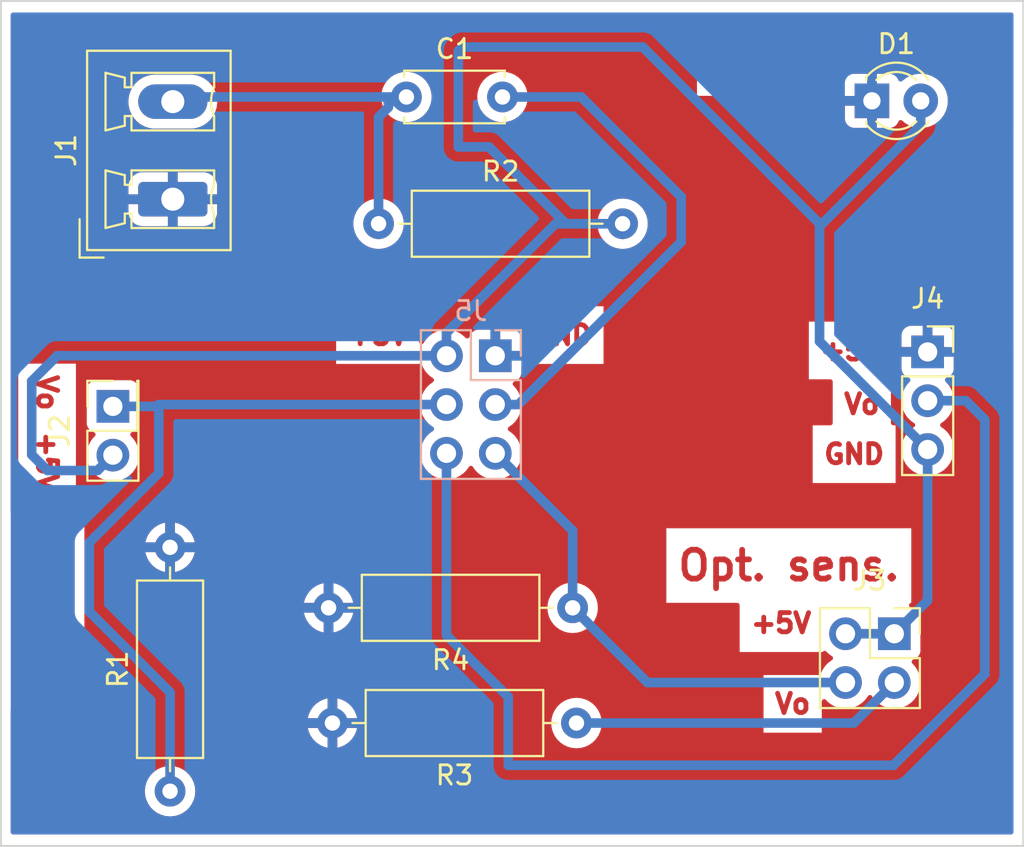
<source format=kicad_pcb>
(kicad_pcb (version 20211014) (generator pcbnew)
  (layers (0 "F.Cu" signal) (31 "B.Cu" signal) (34 "B.Paste" user) (35 "F.Paste" user) (36 "B.SilkS" user "B.Silkscreen") (37 "F.SilkS" user "F.Silkscreen") (38 "B.Mask" user) (39 "F.Mask" user) (44 "Edge.Cuts" user))
  (net 0 "")
  (net 1 "Net-(J1-Pad2)")
  (net 2 "Mic_out")
  (net 3 "GND")
  (net 4 "+5V")
  (net 5 "Photo_out")
  (net 6 "Net-(J3-Pad3)")
  (net 7 "Op.Sensor_out")
  (net 8 "Fugt_out")
  (footprint "Capacitor_THT:C_Disc_D5.0mm_W2.5mm_P5.00mm" (layer "F.Cu") (at 134.3 74.8)
    (fp_text reference "C1" (at 2.5 -2.5) (layer "F.SilkS"))
    (fp_text value "1uF")
    (fp_line (start -0.12 1.37) (end 5.12 1.37) (layer "F.SilkS") (width 0.12))
    (fp_line (start 5.12 -1.37) (end 5.12 -1.055) (layer "F.SilkS") (width 0.12))
    (fp_line (start -0.12 -1.37) (end -0.12 -1.055) (layer "F.SilkS") (width 0.12))
    (fp_line (start -0.12 -1.37) (end 5.12 -1.37) (layer "F.SilkS") (width 0.12))
    (fp_line (start -0.12 1.055) (end -0.12 1.37) (layer "F.SilkS") (width 0.12))
    (fp_line (start 5.12 1.055) (end 5.12 1.37) (layer "F.SilkS") (width 0.12))
    (pad "1" thru_hole circle (at 0 0) (size 1.6 1.6) (drill 0.8) (layers *.Cu *.Mask) (net 1 "Net-(J1-Pad2)"))
    (pad "2" thru_hole circle (at 5 0) (size 1.6 1.6) (drill 0.8) (layers *.Cu *.Mask) (net 2 "Mic_out"))
  )
  (footprint "Resistor_THT:R_Axial_DIN0309_L9.0mm_D3.2mm_P12.70mm_Horizontal" (layer "F.Cu") (at 143.15 107.4 180)
    (fp_text reference "R3" (at 6.35 -2.72) (layer "F.SilkS"))
    (fp_text value "10k")
    (fp_line (start 1.73 1.72) (end 10.97 1.72) (layer "F.SilkS") (width 0.12))
    (fp_line (start 1.73 -1.72) (end 1.73 1.72) (layer "F.SilkS") (width 0.12))
    (fp_line (start 10.97 -1.72) (end 1.73 -1.72) (layer "F.SilkS") (width 0.12))
    (fp_line (start 11.66 0) (end 10.97 0) (layer "F.SilkS") (width 0.12))
    (fp_line (start 1.04 0) (end 1.73 0) (layer "F.SilkS") (width 0.12))
    (fp_line (start 10.97 1.72) (end 10.97 -1.72) (layer "F.SilkS") (width 0.12))
    (pad "1" thru_hole circle (at 0 0 180) (size 1.6 1.6) (drill 0.8) (layers *.Cu *.Mask) (net 6 "Net-(J3-Pad3)"))
    (pad "2" thru_hole oval (at 12.7 0 180) (size 1.6 1.6) (drill 0.8) (layers *.Cu *.Mask) (net 3 "GND"))
  )
  (footprint "Connector_PinSocket_2.54mm:PinSocket_2x02_P2.54mm_Vertical" (layer "F.Cu") (at 159.69 102.75)
    (fp_text reference "J3" (at -1.27 -2.77) (layer "F.SilkS"))
    (fp_text value "Optisk sensor")
    (fp_line (start 0 -1.33) (end 1.33 -1.33) (layer "F.SilkS") (width 0.12))
    (fp_line (start -1.27 1.27) (end 1.33 1.27) (layer "F.SilkS") (width 0.12))
    (fp_line (start -3.87 3.87) (end 1.33 3.87) (layer "F.SilkS") (width 0.12))
    (fp_line (start 1.33 -1.33) (end 1.33 0) (layer "F.SilkS") (width 0.12))
    (fp_line (start -3.87 -1.33) (end -3.87 3.87) (layer "F.SilkS") (width 0.12))
    (fp_line (start -1.27 -1.33) (end -1.27 1.27) (layer "F.SilkS") (width 0.12))
    (fp_line (start 1.33 1.27) (end 1.33 3.87) (layer "F.SilkS") (width 0.12))
    (fp_line (start -3.87 -1.33) (end -1.27 -1.33) (layer "F.SilkS") (width 0.12))
    (pad "1" thru_hole rect (at 0 0) (size 1.7 1.7) (drill 1) (layers *.Cu *.Mask) (net 4 "+5V"))
    (pad "2" thru_hole oval (at -2.54 0) (size 1.7 1.7) (drill 1) (layers *.Cu *.Mask) (net 4 "+5V"))
    (pad "3" thru_hole oval (at 0 2.54) (size 1.7 1.7) (drill 1) (layers *.Cu *.Mask) (net 6 "Net-(J3-Pad3)"))
    (pad "4" thru_hole oval (at -2.54 2.54) (size 1.7 1.7) (drill 1) (layers *.Cu *.Mask) (net 7 "Op.Sensor_out"))
  )
  (footprint "Connector_PinSocket_2.54mm:PinSocket_2x01_P2.54mm_Vertical" (layer "F.Cu") (at 119.025 90.91 90)
    (fp_text reference "J2" (at -1.27 -2.77 90) (layer "F.SilkS"))
    (fp_text value "Lysføler")
    (fp_line (start 1.33 1.27) (end 1.33 1.33) (layer "F.SilkS") (width 0.12))
    (fp_line (start 1.33 -1.33) (end 1.33 0) (layer "F.SilkS") (width 0.12))
    (fp_line (start -3.87 -1.33) (end -3.87 1.33) (layer "F.SilkS") (width 0.12))
    (fp_line (start -1.27 1.27) (end 1.33 1.27) (layer "F.SilkS") (width 0.12))
    (fp_line (start -3.87 -1.33) (end -1.27 -1.33) (layer "F.SilkS") (width 0.12))
    (fp_line (start -1.27 -1.33) (end -1.27 1.27) (layer "F.SilkS") (width 0.12))
    (fp_line (start -3.87 1.33) (end 1.33 1.33) (layer "F.SilkS") (width 0.12))
    (fp_line (start 0 -1.33) (end 1.33 -1.33) (layer "F.SilkS") (width 0.12))
    (pad "1" thru_hole rect (at 0 0 90) (size 1.7 1.7) (drill 1) (layers *.Cu *.Mask) (net 5 "Photo_out"))
    (pad "2" thru_hole oval (at -2.54 0 90) (size 1.7 1.7) (drill 1) (layers *.Cu *.Mask) (net 4 "+5V"))
  )
  (footprint "LED_THT:LED_D3.0mm_FlatTop" (layer "F.Cu") (at 158.525 75)
    (fp_text reference "D1" (at 1.27 -2.96) (layer "F.SilkS"))
    (fp_text value "RødLED")
    (fp_line (start -0.29 -1.236) (end -0.29 -1.08) (layer "F.SilkS") (width 0.12))
    (fp_line (start -0.29 1.08) (end -0.29 1.236) (layer "F.SilkS") (width 0.12))
    (fp_arc (start -0.29 -1.235516) (mid 1.366487 -1.987659) (end 2.942335 -1.078608) (layer "F.SilkS") (width 0.12))
    (fp_arc (start 2.942335 1.078608) (mid 1.366487 1.987659) (end -0.29 1.235516) (layer "F.SilkS") (width 0.12))
    (fp_arc (start 2.31113 1.079837) (mid 1.270117 1.5) (end 0.229039 1.08) (layer "F.SilkS") (width 0.12))
    (fp_arc (start 0.229039 -1.08) (mid 1.270117 -1.5) (end 2.31113 -1.079837) (layer "F.SilkS") (width 0.12))
    (pad "1" thru_hole rect (at 0 0) (size 1.8 1.8) (drill 0.9) (layers *.Cu *.Mask) (net 3 "GND"))
    (pad "2" thru_hole circle (at 2.54 0) (size 1.8 1.8) (drill 0.9) (layers *.Cu *.Mask) (net 4 "+5V"))
  )
  (footprint "Resistor_THT:R_Axial_DIN0309_L9.0mm_D3.2mm_P12.70mm_Horizontal" (layer "F.Cu") (at 122 110.95 90)
    (fp_text reference "R1" (at 6.35 -2.72 90) (layer "F.SilkS"))
    (fp_text value "10k")
    (fp_line (start 1.04 0) (end 1.73 0) (layer "F.SilkS") (width 0.12))
    (fp_line (start 10.97 -1.72) (end 1.73 -1.72) (layer "F.SilkS") (width 0.12))
    (fp_line (start 10.97 1.72) (end 10.97 -1.72) (layer "F.SilkS") (width 0.12))
    (fp_line (start 1.73 -1.72) (end 1.73 1.72) (layer "F.SilkS") (width 0.12))
    (fp_line (start 1.73 1.72) (end 10.97 1.72) (layer "F.SilkS") (width 0.12))
    (fp_line (start 11.66 0) (end 10.97 0) (layer "F.SilkS") (width 0.12))
    (pad "1" thru_hole circle (at 0 0 90) (size 1.6 1.6) (drill 0.8) (layers *.Cu *.Mask) (net 5 "Photo_out"))
    (pad "2" thru_hole oval (at 12.7 0 90) (size 1.6 1.6) (drill 0.8) (layers *.Cu *.Mask) (net 3 "GND"))
  )
  (footprint "Resistor_THT:R_Axial_DIN0309_L9.0mm_D3.2mm_P12.70mm_Horizontal" (layer "F.Cu") (at 142.95 101.4 180)
    (fp_text reference "R4" (at 6.35 -2.72) (layer "F.SilkS"))
    (fp_text value "100k")
    (fp_line (start 10.97 1.72) (end 10.97 -1.72) (layer "F.SilkS") (width 0.12))
    (fp_line (start 10.97 -1.72) (end 1.73 -1.72) (layer "F.SilkS") (width 0.12))
    (fp_line (start 11.66 0) (end 10.97 0) (layer "F.SilkS") (width 0.12))
    (fp_line (start 1.73 -1.72) (end 1.73 1.72) (layer "F.SilkS") (width 0.12))
    (fp_line (start 1.04 0) (end 1.73 0) (layer "F.SilkS") (width 0.12))
    (fp_line (start 1.73 1.72) (end 10.97 1.72) (layer "F.SilkS") (width 0.12))
    (pad "1" thru_hole circle (at 0 0 180) (size 1.6 1.6) (drill 0.8) (layers *.Cu *.Mask) (net 7 "Op.Sensor_out"))
    (pad "2" thru_hole oval (at 12.7 0 180) (size 1.6 1.6) (drill 0.8) (layers *.Cu *.Mask) (net 3 "GND"))
  )
  (footprint "Resistor_THT:R_Axial_DIN0309_L9.0mm_D3.2mm_P12.70mm_Horizontal" (layer "F.Cu") (at 132.85 81.4)
    (fp_text reference "R2" (at 6.35 -2.72) (layer "F.SilkS"))
    (fp_text value "2.2k")
    (fp_line (start 11.66 0) (end 10.97 0) (layer "F.SilkS") (width 0.12))
    (fp_line (start 1.73 -1.72) (end 1.73 1.72) (layer "F.SilkS") (width 0.12))
    (fp_line (start 1.73 1.72) (end 10.97 1.72) (layer "F.SilkS") (width 0.12))
    (fp_line (start 10.97 1.72) (end 10.97 -1.72) (layer "F.SilkS") (width 0.12))
    (fp_line (start 1.04 0) (end 1.73 0) (layer "F.SilkS") (width 0.12))
    (fp_line (start 10.97 -1.72) (end 1.73 -1.72) (layer "F.SilkS") (width 0.12))
    (pad "1" thru_hole circle (at 0 0) (size 1.6 1.6) (drill 0.8) (layers *.Cu *.Mask) (net 1 "Net-(J1-Pad2)"))
    (pad "2" thru_hole oval (at 12.7 0) (size 1.6 1.6) (drill 0.8) (layers *.Cu *.Mask) (net 4 "+5V"))
  )
  (footprint "Connector_Phoenix_MC_HighVoltage:PhoenixContact_MCV_1,5_2-G-5.08_1x02_P5.08mm_Vertical" (layer "F.Cu") (at 122.1425 80.1225 90)
    (fp_text reference "J1" (at 2.54 -5.55 90) (layer "F.SilkS"))
    (fp_text value "Mikrofon")
    (fp_line (start 4.33 -2.15) (end 4.33 -2.5) (layer "F.SilkS") (width 0.12))
    (fp_line (start -2.65 -4.46) (end -2.65 3.01) (layer "F.SilkS") (width 0.12))
    (fp_line (start -0.75 -2.5) (end -1.25 -2.5) (layer "F.SilkS") (width 0.12))
    (fp_line (start 1.5 -2.15) (end 1.5 2.15) (layer "F.SilkS") (width 0.12))
    (fp_line (start -1.25 -2.5) (end -1.5 -3.5) (layer "F.SilkS") (width 0.12))
    (fp_line (start -0.75 2.15) (end -1.5 2.15) (layer "F.SilkS") (width 0.12))
    (fp_line (start 3.83 -2.5) (end 3.58 -3.5) (layer "F.SilkS") (width 0.12))
    (fp_line (start -3.04 -4.85) (end -1.04 -4.85) (layer "F.SilkS") (width 0.12))
    (fp_line (start -0.75 -2.15) (end -0.75 -2.5) (layer "F.SilkS") (width 0.12))
    (fp_line (start 5.83 -2.5) (end 5.83 -2.15) (layer "F.SilkS") (width 0.12))
    (fp_line (start 7.73 3.01) (end 7.73 -4.46) (layer "F.SilkS") (width 0.12))
    (fp_line (start 7.73 -4.46) (end -2.65 -4.46) (layer "F.SilkS") (width 0.12))
    (fp_line (start 6.58 -3.5) (end 6.33 -2.5) (layer "F.SilkS") (width 0.12))
    (fp_line (start 1.5 -3.5) (end 1.25 -2.5) (layer "F.SilkS") (width 0.12))
    (fp_line (start -1.5 -2.15) (end -0.75 -2.15) (layer "F.SilkS") (width 0.12))
    (fp_line (start 3.58 -3.5) (end 6.58 -3.5) (layer "F.SilkS") (width 0.12))
    (fp_line (start -1.5 2.15) (end -1.5 -2.15) (layer "F.SilkS") (width 0.12))
    (fp_line (start 5.83 -2.15) (end 6.58 -2.15) (layer "F.SilkS") (width 0.12))
    (fp_line (start 4.33 2.15) (end 3.58 2.15) (layer "F.SilkS") (width 0.12))
    (fp_line (start 1.5 2.15) (end 0.75 2.15) (layer "F.SilkS") (width 0.12))
    (fp_line (start -3.04 -3.6) (end -3.04 -4.85) (layer "F.SilkS") (width 0.12))
    (fp_line (start 0.75 -2.5) (end 0.75 -2.15) (layer "F.SilkS") (width 0.12))
    (fp_line (start -2.65 3.01) (end 7.73 3.01) (layer "F.SilkS") (width 0.12))
    (fp_line (start 1.25 -2.5) (end 0.75 -2.5) (layer "F.SilkS") (width 0.12))
    (fp_line (start 6.58 2.15) (end 5.83 2.15) (layer "F.SilkS") (width 0.12))
    (fp_line (start 0.75 -2.15) (end 1.5 -2.15) (layer "F.SilkS") (width 0.12))
    (fp_line (start 4.33 -2.5) (end 3.83 -2.5) (layer "F.SilkS") (width 0.12))
    (fp_line (start 3.58 2.15) (end 3.58 -2.15) (layer "F.SilkS") (width 0.12))
    (fp_line (start 6.58 -2.15) (end 6.58 2.15) (layer "F.SilkS") (width 0.12))
    (fp_line (start -1.5 -3.5) (end 1.5 -3.5) (layer "F.SilkS") (width 0.12))
    (fp_line (start 3.58 -2.15) (end 4.33 -2.15) (layer "F.SilkS") (width 0.12))
    (fp_line (start 6.33 -2.5) (end 5.83 -2.5) (layer "F.SilkS") (width 0.12))
    (fp_arc (start -0.75 2.15) (mid -0.000193 1.99191) (end 0.749647 2.149844) (layer "F.SilkS") (width 0.12))
    (fp_arc (start 4.33 2.15) (mid 5.079807 1.99191) (end 5.829647 2.149844) (layer "F.SilkS") (width 0.12))
    (pad "1" thru_hole roundrect (at 0 0 90) (size 1.8 3.6) (drill 1.2) (layers *.Cu *.Mask) (roundrect_rratio 0.138889) (net 3 "GND"))
    (pad "2" thru_hole oval (at 5.08 0 90) (size 1.8 3.6) (drill 1.2) (layers *.Cu *.Mask) (net 1 "Net-(J1-Pad2)"))
  )
  (footprint "Connector_PinSocket_2.54mm:PinSocket_1x03_P2.54mm_Vertical" (layer "F.Cu") (at 161.425 88.075)
    (fp_text reference "J4" (at 0 -2.77) (layer "F.SilkS"))
    (fp_text value "Fugtføler")
    (fp_line (start 1.33 -1.33) (end 1.33 0) (layer "F.SilkS") (width 0.12))
    (fp_line (start -1.33 1.27) (end -1.33 6.41) (layer "F.SilkS") (width 0.12))
    (fp_line (start 1.33 1.27) (end 1.33 6.41) (layer "F.SilkS") (width 0.12))
    (fp_line (start -1.33 6.41) (end 1.33 6.41) (layer "F.SilkS") (width 0.12))
    (fp_line (start -1.33 1.27) (end 1.33 1.27) (layer "F.SilkS") (width 0.12))
    (fp_line (start 0 -1.33) (end 1.33 -1.33) (layer "F.SilkS") (width 0.12))
    (pad "1" thru_hole rect (at 0 0) (size 1.7 1.7) (drill 1) (layers *.Cu *.Mask) (net 3 "GND"))
    (pad "2" thru_hole oval (at 0 2.54) (size 1.7 1.7) (drill 1) (layers *.Cu *.Mask) (net 8 "Fugt_out"))
    (pad "3" thru_hole oval (at 0 5.08) (size 1.7 1.7) (drill 1) (layers *.Cu *.Mask) (net 4 "+5V"))
  )
  (footprint "Connector_PinHeader_2.54mm:PinHeader_2x03_P2.54mm_Vertical" (layer "B.Cu") (at 138.925 88.275 180)
    (fp_text reference "J5" (at 1.27 2.33) (layer "B.SilkS") (effects (justify mirror)))
    (fp_text value "Conn_02x03_Counter_Clockwise")
    (fp_line (start -1.33 -6.41) (end 3.87 -6.41) (layer "B.SilkS") (width 0.12))
    (fp_line (start -1.33 -1.27) (end -1.33 -6.41) (layer "B.SilkS") (width 0.12))
    (fp_line (start 3.87 1.33) (end 3.87 -6.41) (layer "B.SilkS") (width 0.12))
    (fp_line (start -1.33 -1.27) (end 1.27 -1.27) (layer "B.SilkS") (width 0.12))
    (fp_line (start 1.27 1.33) (end 3.87 1.33) (layer "B.SilkS") (width 0.12))
    (fp_line (start -1.33 0) (end -1.33 1.33) (layer "B.SilkS") (width 0.12))
    (fp_line (start -1.33 1.33) (end 0 1.33) (layer "B.SilkS") (width 0.12))
    (fp_line (start 1.27 -1.27) (end 1.27 1.33) (layer "B.SilkS") (width 0.12))
    (pad "1" thru_hole rect (at 0 0 180) (size 1.7 1.7) (drill 1) (layers *.Cu *.Mask) (net 3 "GND"))
    (pad "2" thru_hole oval (at 2.54 0 180) (size 1.7 1.7) (drill 1) (layers *.Cu *.Mask) (net 4 "+5V"))
    (pad "3" thru_hole oval (at 0 -2.54 180) (size 1.7 1.7) (drill 1) (layers *.Cu *.Mask) (net 2 "Mic_out"))
    (pad "4" thru_hole oval (at 2.54 -2.54 180) (size 1.7 1.7) (drill 1) (layers *.Cu *.Mask) (net 5 "Photo_out"))
    (pad "5" thru_hole oval (at 0 -5.08 180) (size 1.7 1.7) (drill 1) (layers *.Cu *.Mask) (net 7 "Op.Sensor_out"))
    (pad "6" thru_hole oval (at 2.54 -5.08 180) (size 1.7 1.7) (drill 1) (layers *.Cu *.Mask) (net 8 "Fugt_out"))
  )
  (gr_line (start 166.4 113.8) (end 166.4 69.8) (layer "Edge.Cuts") (width 0.1))
  (gr_line (start 113.2 113.8) (end 166.4 113.8) (layer "Edge.Cuts") (width 0.1))
  (gr_line (start 166.4 69.8) (end 113.2 69.8) (layer "Edge.Cuts") (width 0.1))
  (gr_line (start 113.2 69.8) (end 113.2 113.8) (layer "Edge.Cuts") (width 0.1))
  (gr_text "Vo" (at 154.4 106.4) (layer "F.Cu") (effects (font (size 1 1) (thickness 0.25))))
  (gr_text "Lysføler" (at 115.6 101.6 270) (layer "F.Cu") (effects (font (size 1.5 1.5) (thickness 0.3))))
  (gr_text "GND" (at 115.6 80.2 270) (layer "F.Cu") (effects (font (size 1 1) (thickness 0.25))))
  (gr_text "+5V" (at 153.8 102.2) (layer "F.Cu") (effects (font (size 1 1) (thickness 0.25))))
  (gr_text "Vo" (at 158 90.8) (layer "F.Cu") (effects (font (size 1 1) (thickness 0.25))))
  (gr_text "GND" (at 142.4 87.2) (layer "F.Cu") (effects (font (size 1 1) (thickness 0.25))))
  (gr_text "Vo" (at 115.6 90.2 270) (layer "F.Cu") (effects (font (size 1 1) (thickness 0.25))))
  (gr_text "+5V" (at 157.4 88) (layer "F.Cu") (effects (font (size 1 1) (thickness 0.25))))
  (gr_text "+5V" (at 132.8 87.2) (layer "F.Cu") (effects (font (size 1 1) (thickness 0.25))))
  (gr_text "Mic" (at 126.8 78.2 270) (layer "F.Cu") (effects (font (size 1.5 1.5) (thickness 0.3))))
  (gr_text "Fugtføler" (at 164.4 82.2 90) (layer "F.Cu") (effects (font (size 1.5 1.5) (thickness 0.3))))
  (gr_text "GND" (at 157.6 93.4) (layer "F.Cu") (effects (font (size 1 1) (thickness 0.25))))
  (gr_text "Power" (at 153.4 72.8) (layer "F.Cu") (effects (font (size 1.5 1.5) (thickness 0.3))))
  (gr_text "+5V" (at 115.6 93.8 270) (layer "F.Cu") (effects (font (size 1 1) (thickness 0.25))))
  (gr_text "Opt. sens." (at 154.2 99.2) (layer "F.Cu") (effects (font (size 1.5 1.5) (thickness 0.3))))
  (segment (start 132.85 75.85) (end 133.3575 75.3425) (width 0.5) (layer "B.Cu") (net 1))
  (segment (start 133.3575 75.0425) (end 134.0575 75.0425) (width 0.5) (layer "B.Cu") (net 1))
  (segment (start 133.3575 75.3425) (end 133.3575 75.0425) (width 0.5) (layer "B.Cu") (net 1))
  (segment (start 122.385 74.8) (end 122.1425 75.0425) (width 0.5) (layer "B.Cu") (net 1))
  (segment (start 134.0575 75.0425) (end 134.3 74.8) (width 0.5) (layer "B.Cu") (net 1))
  (segment (start 132.85 75.85) (end 132.85 81.4) (width 0.5) (layer "B.Cu") (net 1))
  (segment (start 134.3 74.8) (end 122.385 74.8) (width 0.5) (layer "B.Cu") (net 1))
  (segment (start 140.127081 90.815) (end 148.6 82.342081) (width 0.5) (layer "B.Cu") (net 2))
  (segment (start 138.925 90.815) (end 140.127081 90.815) (width 0.5) (layer "B.Cu") (net 2))
  (segment (start 143.4 74.8) (end 139.3 74.8) (width 0.5) (layer "B.Cu") (net 2))
  (segment (start 148.6 80) (end 143.4 74.8) (width 0.5) (layer "B.Cu") (net 2))
  (segment (start 148.6 82.342081) (end 148.6 80) (width 0.5) (layer "B.Cu") (net 2))
  (segment (start 159.69 102.75) (end 161.425 101.015) (width 0.5) (layer "B.Cu") (net 4))
  (segment (start 138.600978 77.4) (end 137 77.4) (width 0.5) (layer "B.Cu") (net 4))
  (segment (start 161.065 76.272792) (end 161.065 75) (width 0.5) (layer "B.Cu") (net 4))
  (segment (start 142.600978 81.4) (end 138.600978 77.4) (width 0.5) (layer "B.Cu") (net 4))
  (segment (start 157.15 102.75) (end 159.69 102.75) (width 0.5) (layer "B.Cu") (net 4))
  (segment (start 136.385 87.072919) (end 142.057919 81.4) (width 0.5) (layer "B.Cu") (net 4))
  (segment (start 137 72.4) (end 137.2 72.2) (width 0.5) (layer "B.Cu") (net 4))
  (segment (start 114.8 93.427081) (end 115.622919 94.25) (width 0.5) (layer "B.Cu") (net 4))
  (segment (start 115.622919 94.25) (end 118.225 94.25) (width 0.5) (layer "B.Cu") (net 4))
  (segment (start 137 77.4) (end 137 72.4) (width 0.5) (layer "B.Cu") (net 4))
  (segment (start 161.425 93.155) (end 155.8 87.53) (width 0.5) (layer "B.Cu") (net 4))
  (segment (start 161.69 93.42) (end 161.425 93.155) (width 0.5) (layer "B.Cu") (net 4))
  (segment (start 155.937792 81.4) (end 161.065 76.272792) (width 0.5) (layer "B.Cu") (net 4))
  (segment (start 142.057919 81.4) (end 145.55 81.4) (width 0.5) (layer "B.Cu") (net 4))
  (segment (start 145.55 81.4) (end 142.600978 81.4) (width 0.5) (layer "B.Cu") (net 4))
  (segment (start 118.225 94.25) (end 119.025 93.45) (width 0.5) (layer "B.Cu") (net 4))
  (segment (start 155.8 87.53) (end 155.8 81.4) (width 0.5) (layer "B.Cu") (net 4))
  (segment (start 114.8 89.6) (end 114.8 93.427081) (width 0.5) (layer "B.Cu") (net 4))
  (segment (start 161.425 101.015) (end 161.425 93.155) (width 0.5) (layer "B.Cu") (net 4))
  (segment (start 146.6 72.2) (end 155.8 81.4) (width 0.5) (layer "B.Cu") (net 4))
  (segment (start 136.385 88.275) (end 136.385 87.072919) (width 0.5) (layer "B.Cu") (net 4))
  (segment (start 116.125 88.275) (end 114.8 89.6) (width 0.5) (layer "B.Cu") (net 4))
  (segment (start 137.2 72.2) (end 146.6 72.2) (width 0.5) (layer "B.Cu") (net 4))
  (segment (start 136.385 88.275) (end 116.125 88.275) (width 0.5) (layer "B.Cu") (net 4))
  (segment (start 117.8 101.6) (end 117.8 98) (width 0.5) (layer "B.Cu") (net 5))
  (segment (start 122 105.8) (end 117.8 101.6) (width 0.5) (layer "B.Cu") (net 5))
  (segment (start 119.025 90.91) (end 121.32 90.91) (width 0.5) (layer "B.Cu") (net 5))
  (segment (start 136.385 90.815) (end 121.415 90.815) (width 0.5) (layer "B.Cu") (net 5))
  (segment (start 121.415 94.385) (end 121.415 90.815) (width 0.5) (layer "B.Cu") (net 5))
  (segment (start 122 110.95) (end 122 105.8) (width 0.5) (layer "B.Cu") (net 5))
  (segment (start 117.8 98) (end 121.415 94.385) (width 0.5) (layer "B.Cu") (net 5))
  (segment (start 121.32 90.91) (end 121.415 90.815) (width 0.5) (layer "B.Cu") (net 5))
  (segment (start 157.58 107.4) (end 143.15 107.4) (width 0.5) (layer "B.Cu") (net 6))
  (segment (start 159.69 105.29) (end 157.58 107.4) (width 0.5) (layer "B.Cu") (net 6))
  (segment (start 157.15 105.29) (end 146.84 105.29) (width 0.5) (layer "B.Cu") (net 7))
  (segment (start 146.84 105.29) (end 142.95 101.4) (width 0.5) (layer "B.Cu") (net 7))
  (segment (start 142.95 101.4) (end 142.95 97.38) (width 0.5) (layer "B.Cu") (net 7))
  (segment (start 142.95 97.38) (end 138.925 93.355) (width 0.5) (layer "B.Cu") (net 7))
  (segment (start 139.6 106.041341) (end 139.6 109.6) (width 0.5) (layer "B.Cu") (net 8))
  (segment (start 136.385 93.355) (end 136.385 102.826341) (width 0.5) (layer "B.Cu") (net 8))
  (segment (start 164.4 91.6) (end 163.415 90.615) (width 0.5) (layer "B.Cu") (net 8))
  (segment (start 163.415 90.615) (end 161.425 90.615) (width 0.5) (layer "B.Cu") (net 8))
  (segment (start 159.642051 109.6) (end 164.4 104.842051) (width 0.5) (layer "B.Cu") (net 8))
  (segment (start 139.6 109.6) (end 159.642051 109.6) (width 0.5) (layer "B.Cu") (net 8))
  (segment (start 136.385 102.826341) (end 139.6 106.041341) (width 0.5) (layer "B.Cu") (net 8))
  (segment (start 164.4 104.842051) (end 164.4 91.6) (width 0.5) (layer "B.Cu") (net 8))
  (zone (net 3) (net_name "GND") (layer "F.Cu") (name "GND") (connect_pads (clearance 0.508)) (min_thickness 0.254) (fill yes (thermal_gap 0.508) (thermal_bridge_width 0.508))
    (polygon (pts (xy 166 113.2) (xy 113.6 113.2) (xy 113.6 70.4) (xy 166 70.4)))
  )
  (zone (net 3) (net_name "GND") (layer "B.Cu") (name "GND") (connect_pads (clearance 0.508)) (min_thickness 0.254) (fill yes (thermal_gap 0.508) (thermal_bridge_width 0.508))
    (polygon (pts (xy 166 113.2) (xy 113.6 113.2) (xy 113.6 70.4) (xy 166 70.4)))
  )
)
</source>
